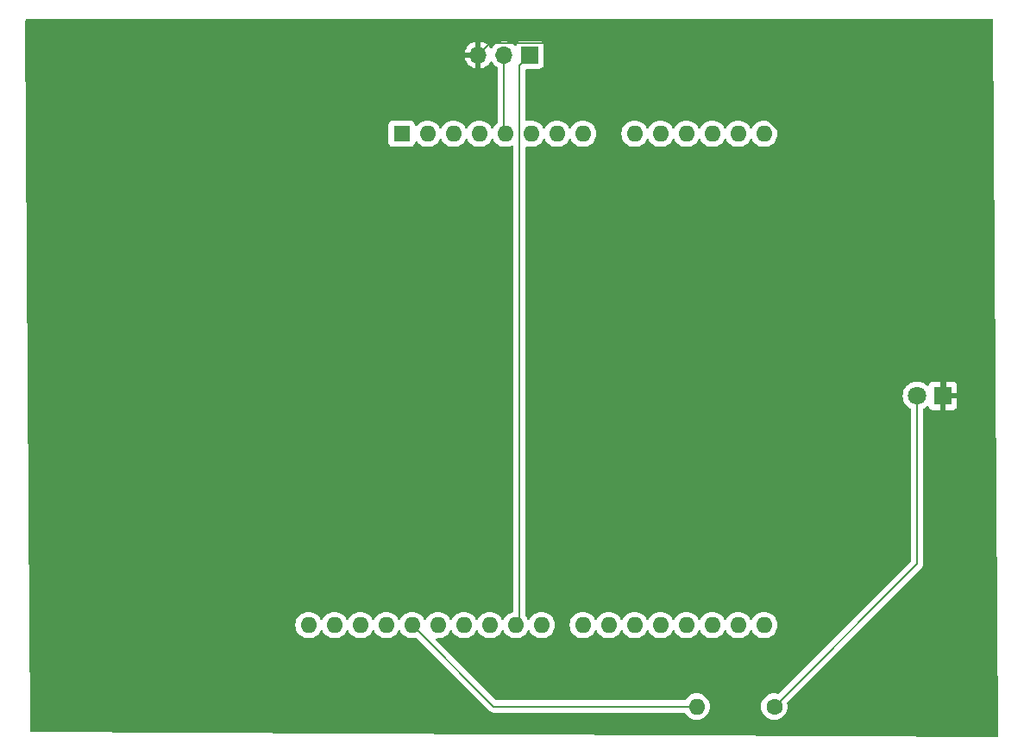
<source format=gbr>
%TF.GenerationSoftware,KiCad,Pcbnew,8.0.7*%
%TF.CreationDate,2025-03-18T01:08:03+05:30*%
%TF.ProjectId,design,64657369-676e-42e6-9b69-6361645f7063,rev?*%
%TF.SameCoordinates,Original*%
%TF.FileFunction,Copper,L1,Top*%
%TF.FilePolarity,Positive*%
%FSLAX46Y46*%
G04 Gerber Fmt 4.6, Leading zero omitted, Abs format (unit mm)*
G04 Created by KiCad (PCBNEW 8.0.7) date 2025-03-18 01:08:03*
%MOMM*%
%LPD*%
G01*
G04 APERTURE LIST*
%TA.AperFunction,ComponentPad*%
%ADD10R,1.700000X1.700000*%
%TD*%
%TA.AperFunction,ComponentPad*%
%ADD11O,1.700000X1.700000*%
%TD*%
%TA.AperFunction,ComponentPad*%
%ADD12R,1.800000X1.800000*%
%TD*%
%TA.AperFunction,ComponentPad*%
%ADD13C,1.800000*%
%TD*%
%TA.AperFunction,ComponentPad*%
%ADD14C,1.600000*%
%TD*%
%TA.AperFunction,ComponentPad*%
%ADD15O,1.600000X1.600000*%
%TD*%
%TA.AperFunction,ComponentPad*%
%ADD16R,1.600000X1.600000*%
%TD*%
%TA.AperFunction,Conductor*%
%ADD17C,0.200000*%
%TD*%
G04 APERTURE END LIST*
D10*
%TO.P,M1,1,PWM*%
%TO.N,Net-(A1-D9)*%
X152025000Y-55000000D03*
D11*
%TO.P,M1,2,+*%
%TO.N,Net-(A1-+5V)*%
X149485000Y-55000000D03*
%TO.P,M1,3,-*%
%TO.N,GND*%
X146945000Y-55000000D03*
%TD*%
D12*
%TO.P,D1,1,K*%
%TO.N,GND*%
X192540000Y-88500000D03*
D13*
%TO.P,D1,2,A*%
%TO.N,Net-(D1-A)*%
X190000000Y-88500000D03*
%TD*%
D14*
%TO.P,R1,1*%
%TO.N,Net-(D1-A)*%
X176000000Y-119000000D03*
D15*
%TO.P,R1,2*%
%TO.N,Net-(A1-D13)*%
X168380000Y-119000000D03*
%TD*%
D16*
%TO.P,A1,1,NC*%
%TO.N,unconnected-(A1-NC-Pad1)*%
X139440000Y-62740000D03*
D15*
%TO.P,A1,2,IOREF*%
%TO.N,unconnected-(A1-IOREF-Pad2)*%
X141980000Y-62740000D03*
%TO.P,A1,3,~{RESET}*%
%TO.N,unconnected-(A1-~{RESET}-Pad3)*%
X144520000Y-62740000D03*
%TO.P,A1,4,3V3*%
%TO.N,unconnected-(A1-3V3-Pad4)*%
X147060000Y-62740000D03*
%TO.P,A1,5,+5V*%
%TO.N,Net-(A1-+5V)*%
X149600000Y-62740000D03*
%TO.P,A1,6,GND*%
%TO.N,unconnected-(A1-GND-Pad6)*%
X152140000Y-62740000D03*
%TO.P,A1,7,GND*%
%TO.N,unconnected-(A1-GND-Pad7)*%
X154680000Y-62740000D03*
%TO.P,A1,8,VIN*%
%TO.N,unconnected-(A1-VIN-Pad8)*%
X157220000Y-62740000D03*
%TO.P,A1,9,A0*%
%TO.N,unconnected-(A1-A0-Pad9)*%
X162300000Y-62740000D03*
%TO.P,A1,10,A1*%
%TO.N,unconnected-(A1-A1-Pad10)*%
X164840000Y-62740000D03*
%TO.P,A1,11,A2*%
%TO.N,unconnected-(A1-A2-Pad11)*%
X167380000Y-62740000D03*
%TO.P,A1,12,A3*%
%TO.N,unconnected-(A1-A3-Pad12)*%
X169920000Y-62740000D03*
%TO.P,A1,13,SDA/A4*%
%TO.N,unconnected-(A1-SDA{slash}A4-Pad13)*%
X172460000Y-62740000D03*
%TO.P,A1,14,SCL/A5*%
%TO.N,unconnected-(A1-SCL{slash}A5-Pad14)*%
X175000000Y-62740000D03*
%TO.P,A1,15,D0/RX*%
%TO.N,unconnected-(A1-D0{slash}RX-Pad15)*%
X175000000Y-111000000D03*
%TO.P,A1,16,D1/TX*%
%TO.N,unconnected-(A1-D1{slash}TX-Pad16)*%
X172460000Y-111000000D03*
%TO.P,A1,17,D2*%
%TO.N,unconnected-(A1-D2-Pad17)*%
X169920000Y-111000000D03*
%TO.P,A1,18,D3*%
%TO.N,unconnected-(A1-D3-Pad18)*%
X167380000Y-111000000D03*
%TO.P,A1,19,D4*%
%TO.N,unconnected-(A1-D4-Pad19)*%
X164840000Y-111000000D03*
%TO.P,A1,20,D5*%
%TO.N,unconnected-(A1-D5-Pad20)*%
X162300000Y-111000000D03*
%TO.P,A1,21,D6*%
%TO.N,unconnected-(A1-D6-Pad21)*%
X159760000Y-111000000D03*
%TO.P,A1,22,D7*%
%TO.N,unconnected-(A1-D7-Pad22)*%
X157220000Y-111000000D03*
%TO.P,A1,23,D8*%
%TO.N,unconnected-(A1-D8-Pad23)*%
X153160000Y-111000000D03*
%TO.P,A1,24,D9*%
%TO.N,Net-(A1-D9)*%
X150620000Y-111000000D03*
%TO.P,A1,25,D10*%
%TO.N,unconnected-(A1-D10-Pad25)*%
X148080000Y-111000000D03*
%TO.P,A1,26,D11*%
%TO.N,unconnected-(A1-D11-Pad26)*%
X145540000Y-111000000D03*
%TO.P,A1,27,D12*%
%TO.N,unconnected-(A1-D12-Pad27)*%
X143000000Y-111000000D03*
%TO.P,A1,28,D13*%
%TO.N,Net-(A1-D13)*%
X140460000Y-111000000D03*
%TO.P,A1,29,GND*%
%TO.N,unconnected-(A1-GND-Pad29)*%
X137920000Y-111000000D03*
%TO.P,A1,30,AREF*%
%TO.N,unconnected-(A1-AREF-Pad30)*%
X135380000Y-111000000D03*
%TO.P,A1,31,SDA/A4*%
%TO.N,unconnected-(A1-SDA{slash}A4-Pad31)*%
X132840000Y-111000000D03*
%TO.P,A1,32,SCL/A5*%
%TO.N,unconnected-(A1-SCL{slash}A5-Pad32)*%
X130300000Y-111000000D03*
%TD*%
D17*
%TO.N,GND*%
X192822843Y-78822843D02*
X192822843Y-88217157D01*
X167850000Y-53850000D02*
X192822843Y-78822843D01*
X148095000Y-53850000D02*
X167850000Y-53850000D01*
X146945000Y-55000000D02*
X148095000Y-53850000D01*
%TO.N,Net-(A1-+5V)*%
X149485000Y-62625000D02*
X149600000Y-62740000D01*
%TO.N,Net-(A1-D13)*%
X148460000Y-119000000D02*
X140460000Y-111000000D01*
X168380000Y-119000000D02*
X148460000Y-119000000D01*
%TO.N,Net-(A1-D9)*%
X152025000Y-55000000D02*
X151000000Y-56025000D01*
X151000000Y-110620000D02*
X150620000Y-111000000D01*
%TO.N,Net-(D1-A)*%
X176000000Y-119000000D02*
X190000000Y-105000000D01*
X190000000Y-105000000D02*
X190000000Y-88500000D01*
%TO.N,Net-(A1-D9)*%
X151000000Y-56025000D02*
X151000000Y-110620000D01*
%TO.N,Net-(A1-+5V)*%
X149485000Y-55000000D02*
X149485000Y-62625000D01*
%TD*%
%TA.AperFunction,Conductor*%
%TO.N,GND*%
G36*
X197443915Y-51519685D02*
G01*
X197489670Y-51572489D01*
X197500873Y-51623121D01*
X197999109Y-121874462D01*
X197979900Y-121941639D01*
X197927422Y-121987767D01*
X197874459Y-121999339D01*
X103122469Y-121500644D01*
X103055534Y-121480607D01*
X103010058Y-121427563D01*
X102999125Y-121377532D01*
X102991467Y-120305468D01*
X102924999Y-110999998D01*
X128994532Y-110999998D01*
X128994532Y-111000001D01*
X129014364Y-111226686D01*
X129014366Y-111226697D01*
X129073258Y-111446488D01*
X129073261Y-111446497D01*
X129169431Y-111652732D01*
X129169432Y-111652734D01*
X129299954Y-111839141D01*
X129460858Y-112000045D01*
X129460861Y-112000047D01*
X129647266Y-112130568D01*
X129853504Y-112226739D01*
X130073308Y-112285635D01*
X130215361Y-112298063D01*
X130299998Y-112305468D01*
X130300000Y-112305468D01*
X130300002Y-112305468D01*
X130356673Y-112300509D01*
X130526692Y-112285635D01*
X130746496Y-112226739D01*
X130952734Y-112130568D01*
X131139139Y-112000047D01*
X131300047Y-111839139D01*
X131430568Y-111652734D01*
X131457618Y-111594724D01*
X131503790Y-111542285D01*
X131570983Y-111523133D01*
X131637865Y-111543348D01*
X131682382Y-111594725D01*
X131709429Y-111652728D01*
X131709432Y-111652734D01*
X131839954Y-111839141D01*
X132000858Y-112000045D01*
X132000861Y-112000047D01*
X132187266Y-112130568D01*
X132393504Y-112226739D01*
X132613308Y-112285635D01*
X132755361Y-112298063D01*
X132839998Y-112305468D01*
X132840000Y-112305468D01*
X132840002Y-112305468D01*
X132896673Y-112300509D01*
X133066692Y-112285635D01*
X133286496Y-112226739D01*
X133492734Y-112130568D01*
X133679139Y-112000047D01*
X133840047Y-111839139D01*
X133970568Y-111652734D01*
X133997618Y-111594724D01*
X134043790Y-111542285D01*
X134110983Y-111523133D01*
X134177865Y-111543348D01*
X134222382Y-111594725D01*
X134249429Y-111652728D01*
X134249432Y-111652734D01*
X134379954Y-111839141D01*
X134540858Y-112000045D01*
X134540861Y-112000047D01*
X134727266Y-112130568D01*
X134933504Y-112226739D01*
X135153308Y-112285635D01*
X135295361Y-112298063D01*
X135379998Y-112305468D01*
X135380000Y-112305468D01*
X135380002Y-112305468D01*
X135436673Y-112300509D01*
X135606692Y-112285635D01*
X135826496Y-112226739D01*
X136032734Y-112130568D01*
X136219139Y-112000047D01*
X136380047Y-111839139D01*
X136510568Y-111652734D01*
X136537618Y-111594724D01*
X136583790Y-111542285D01*
X136650983Y-111523133D01*
X136717865Y-111543348D01*
X136762382Y-111594725D01*
X136789429Y-111652728D01*
X136789432Y-111652734D01*
X136919954Y-111839141D01*
X137080858Y-112000045D01*
X137080861Y-112000047D01*
X137267266Y-112130568D01*
X137473504Y-112226739D01*
X137693308Y-112285635D01*
X137835361Y-112298063D01*
X137919998Y-112305468D01*
X137920000Y-112305468D01*
X137920002Y-112305468D01*
X137976673Y-112300509D01*
X138146692Y-112285635D01*
X138366496Y-112226739D01*
X138572734Y-112130568D01*
X138759139Y-112000047D01*
X138920047Y-111839139D01*
X139050568Y-111652734D01*
X139077618Y-111594724D01*
X139123790Y-111542285D01*
X139190983Y-111523133D01*
X139257865Y-111543348D01*
X139302382Y-111594725D01*
X139329429Y-111652728D01*
X139329432Y-111652734D01*
X139459954Y-111839141D01*
X139620858Y-112000045D01*
X139620861Y-112000047D01*
X139807266Y-112130568D01*
X140013504Y-112226739D01*
X140233308Y-112285635D01*
X140375361Y-112298063D01*
X140459998Y-112305468D01*
X140460000Y-112305468D01*
X140460002Y-112305468D01*
X140516673Y-112300509D01*
X140686692Y-112285635D01*
X140782932Y-112259847D01*
X140852781Y-112261510D01*
X140902706Y-112291941D01*
X147975139Y-119364374D01*
X147975149Y-119364385D01*
X147979479Y-119368715D01*
X147979480Y-119368716D01*
X148091284Y-119480520D01*
X148091286Y-119480521D01*
X148091290Y-119480524D01*
X148228209Y-119559573D01*
X148228216Y-119559577D01*
X148340019Y-119589534D01*
X148380942Y-119600500D01*
X148380943Y-119600500D01*
X167148308Y-119600500D01*
X167215347Y-119620185D01*
X167249880Y-119653374D01*
X167335480Y-119775624D01*
X167379954Y-119839141D01*
X167540858Y-120000045D01*
X167540861Y-120000047D01*
X167727266Y-120130568D01*
X167933504Y-120226739D01*
X168153308Y-120285635D01*
X168315230Y-120299801D01*
X168379998Y-120305468D01*
X168380000Y-120305468D01*
X168380002Y-120305468D01*
X168436673Y-120300509D01*
X168606692Y-120285635D01*
X168826496Y-120226739D01*
X169032734Y-120130568D01*
X169219139Y-120000047D01*
X169380047Y-119839139D01*
X169510568Y-119652734D01*
X169606739Y-119446496D01*
X169665635Y-119226692D01*
X169685468Y-119000000D01*
X169685468Y-118999998D01*
X174694532Y-118999998D01*
X174694532Y-119000001D01*
X174714364Y-119226686D01*
X174714366Y-119226697D01*
X174773258Y-119446488D01*
X174773261Y-119446497D01*
X174869431Y-119652732D01*
X174869432Y-119652734D01*
X174999954Y-119839141D01*
X175160858Y-120000045D01*
X175160861Y-120000047D01*
X175347266Y-120130568D01*
X175553504Y-120226739D01*
X175773308Y-120285635D01*
X175935230Y-120299801D01*
X175999998Y-120305468D01*
X176000000Y-120305468D01*
X176000002Y-120305468D01*
X176056673Y-120300509D01*
X176226692Y-120285635D01*
X176446496Y-120226739D01*
X176652734Y-120130568D01*
X176839139Y-120000047D01*
X177000047Y-119839139D01*
X177130568Y-119652734D01*
X177226739Y-119446496D01*
X177285635Y-119226692D01*
X177305468Y-119000000D01*
X177285635Y-118773308D01*
X177259847Y-118677066D01*
X177261510Y-118607217D01*
X177291939Y-118557294D01*
X190368713Y-105480521D01*
X190368716Y-105480520D01*
X190480520Y-105368716D01*
X190530639Y-105281904D01*
X190559577Y-105231785D01*
X190600501Y-105079057D01*
X190600501Y-104920943D01*
X190600501Y-104913348D01*
X190600500Y-104913330D01*
X190600500Y-89841343D01*
X190620185Y-89774304D01*
X190665483Y-89732288D01*
X190768626Y-89676470D01*
X190951784Y-89533913D01*
X190960511Y-89524432D01*
X191020394Y-89488441D01*
X191090232Y-89490538D01*
X191147850Y-89530060D01*
X191167924Y-89565080D01*
X191196645Y-89642086D01*
X191196649Y-89642093D01*
X191282809Y-89757187D01*
X191282812Y-89757190D01*
X191397906Y-89843350D01*
X191397913Y-89843354D01*
X191532620Y-89893596D01*
X191532627Y-89893598D01*
X191592155Y-89899999D01*
X191592172Y-89900000D01*
X192290000Y-89900000D01*
X192290000Y-88875277D01*
X192366306Y-88919333D01*
X192480756Y-88950000D01*
X192599244Y-88950000D01*
X192713694Y-88919333D01*
X192790000Y-88875277D01*
X192790000Y-89900000D01*
X193487828Y-89900000D01*
X193487844Y-89899999D01*
X193547372Y-89893598D01*
X193547379Y-89893596D01*
X193682086Y-89843354D01*
X193682093Y-89843350D01*
X193797187Y-89757190D01*
X193797190Y-89757187D01*
X193883350Y-89642093D01*
X193883354Y-89642086D01*
X193933596Y-89507379D01*
X193933598Y-89507372D01*
X193939999Y-89447844D01*
X193940000Y-89447827D01*
X193940000Y-88750000D01*
X192915278Y-88750000D01*
X192959333Y-88673694D01*
X192990000Y-88559244D01*
X192990000Y-88440756D01*
X192959333Y-88326306D01*
X192915278Y-88250000D01*
X193940000Y-88250000D01*
X193940000Y-87552172D01*
X193939999Y-87552155D01*
X193933598Y-87492627D01*
X193933596Y-87492620D01*
X193883354Y-87357913D01*
X193883350Y-87357906D01*
X193797190Y-87242812D01*
X193797187Y-87242809D01*
X193682093Y-87156649D01*
X193682086Y-87156645D01*
X193547379Y-87106403D01*
X193547372Y-87106401D01*
X193487844Y-87100000D01*
X192790000Y-87100000D01*
X192790000Y-88124722D01*
X192713694Y-88080667D01*
X192599244Y-88050000D01*
X192480756Y-88050000D01*
X192366306Y-88080667D01*
X192290000Y-88124722D01*
X192290000Y-87100000D01*
X191592155Y-87100000D01*
X191532627Y-87106401D01*
X191532620Y-87106403D01*
X191397913Y-87156645D01*
X191397906Y-87156649D01*
X191282812Y-87242809D01*
X191282809Y-87242812D01*
X191196649Y-87357906D01*
X191196646Y-87357911D01*
X191167924Y-87434920D01*
X191126052Y-87490853D01*
X191060588Y-87515270D01*
X190992315Y-87500418D01*
X190960514Y-87475571D01*
X190951784Y-87466087D01*
X190951779Y-87466083D01*
X190951777Y-87466081D01*
X190768634Y-87323535D01*
X190768628Y-87323531D01*
X190564504Y-87213064D01*
X190564495Y-87213061D01*
X190344984Y-87137702D01*
X190157404Y-87106401D01*
X190116049Y-87099500D01*
X189883951Y-87099500D01*
X189842596Y-87106401D01*
X189655015Y-87137702D01*
X189435504Y-87213061D01*
X189435495Y-87213064D01*
X189231371Y-87323531D01*
X189231365Y-87323535D01*
X189048222Y-87466081D01*
X189048219Y-87466084D01*
X189048216Y-87466086D01*
X189048216Y-87466087D01*
X189023791Y-87492620D01*
X188891016Y-87636852D01*
X188764075Y-87831151D01*
X188670842Y-88043699D01*
X188613866Y-88268691D01*
X188613864Y-88268702D01*
X188594700Y-88499993D01*
X188594700Y-88500006D01*
X188613864Y-88731297D01*
X188613866Y-88731308D01*
X188670842Y-88956300D01*
X188764075Y-89168848D01*
X188891016Y-89363147D01*
X188891019Y-89363151D01*
X188891021Y-89363153D01*
X189048216Y-89533913D01*
X189048219Y-89533915D01*
X189048222Y-89533918D01*
X189231365Y-89676464D01*
X189231376Y-89676471D01*
X189334517Y-89732288D01*
X189384108Y-89781507D01*
X189399500Y-89841343D01*
X189399500Y-104699902D01*
X189379815Y-104766941D01*
X189363181Y-104787583D01*
X176442705Y-117708058D01*
X176381382Y-117741543D01*
X176322931Y-117740152D01*
X176226697Y-117714366D01*
X176226693Y-117714365D01*
X176226692Y-117714365D01*
X176226691Y-117714364D01*
X176226686Y-117714364D01*
X176000002Y-117694532D01*
X175999998Y-117694532D01*
X175773313Y-117714364D01*
X175773302Y-117714366D01*
X175553511Y-117773258D01*
X175553502Y-117773261D01*
X175347267Y-117869431D01*
X175347265Y-117869432D01*
X175160858Y-117999954D01*
X174999954Y-118160858D01*
X174869432Y-118347265D01*
X174869431Y-118347267D01*
X174773261Y-118553502D01*
X174773258Y-118553511D01*
X174714366Y-118773302D01*
X174714364Y-118773313D01*
X174694532Y-118999998D01*
X169685468Y-118999998D01*
X169665635Y-118773308D01*
X169606739Y-118553504D01*
X169510568Y-118347266D01*
X169380047Y-118160861D01*
X169380045Y-118160858D01*
X169219141Y-117999954D01*
X169032734Y-117869432D01*
X169032732Y-117869431D01*
X168826497Y-117773261D01*
X168826488Y-117773258D01*
X168606697Y-117714366D01*
X168606693Y-117714365D01*
X168606692Y-117714365D01*
X168606691Y-117714364D01*
X168606686Y-117714364D01*
X168380002Y-117694532D01*
X168379998Y-117694532D01*
X168153313Y-117714364D01*
X168153302Y-117714366D01*
X167933511Y-117773258D01*
X167933502Y-117773261D01*
X167727267Y-117869431D01*
X167727265Y-117869432D01*
X167540858Y-117999954D01*
X167379954Y-118160858D01*
X167303450Y-118270118D01*
X167249881Y-118346624D01*
X167195307Y-118390248D01*
X167148308Y-118399500D01*
X148760097Y-118399500D01*
X148693058Y-118379815D01*
X148672416Y-118363181D01*
X142818663Y-112509428D01*
X142785178Y-112448105D01*
X142790162Y-112378413D01*
X142832034Y-112322480D01*
X142897498Y-112298063D01*
X142917142Y-112298218D01*
X143000000Y-112305468D01*
X143000002Y-112305468D01*
X143056673Y-112300509D01*
X143226692Y-112285635D01*
X143446496Y-112226739D01*
X143652734Y-112130568D01*
X143839139Y-112000047D01*
X144000047Y-111839139D01*
X144130568Y-111652734D01*
X144157618Y-111594724D01*
X144203790Y-111542285D01*
X144270983Y-111523133D01*
X144337865Y-111543348D01*
X144382382Y-111594725D01*
X144409429Y-111652728D01*
X144409432Y-111652734D01*
X144539954Y-111839141D01*
X144700858Y-112000045D01*
X144700861Y-112000047D01*
X144887266Y-112130568D01*
X145093504Y-112226739D01*
X145313308Y-112285635D01*
X145455361Y-112298063D01*
X145539998Y-112305468D01*
X145540000Y-112305468D01*
X145540002Y-112305468D01*
X145596673Y-112300509D01*
X145766692Y-112285635D01*
X145986496Y-112226739D01*
X146192734Y-112130568D01*
X146379139Y-112000047D01*
X146540047Y-111839139D01*
X146670568Y-111652734D01*
X146697618Y-111594724D01*
X146743790Y-111542285D01*
X146810983Y-111523133D01*
X146877865Y-111543348D01*
X146922382Y-111594725D01*
X146949429Y-111652728D01*
X146949432Y-111652734D01*
X147079954Y-111839141D01*
X147240858Y-112000045D01*
X147240861Y-112000047D01*
X147427266Y-112130568D01*
X147633504Y-112226739D01*
X147853308Y-112285635D01*
X147995361Y-112298063D01*
X148079998Y-112305468D01*
X148080000Y-112305468D01*
X148080002Y-112305468D01*
X148136673Y-112300509D01*
X148306692Y-112285635D01*
X148526496Y-112226739D01*
X148732734Y-112130568D01*
X148919139Y-112000047D01*
X149080047Y-111839139D01*
X149210568Y-111652734D01*
X149237618Y-111594724D01*
X149283790Y-111542285D01*
X149350983Y-111523133D01*
X149417865Y-111543348D01*
X149462382Y-111594725D01*
X149489429Y-111652728D01*
X149489432Y-111652734D01*
X149619954Y-111839141D01*
X149780858Y-112000045D01*
X149780861Y-112000047D01*
X149967266Y-112130568D01*
X150173504Y-112226739D01*
X150393308Y-112285635D01*
X150535361Y-112298063D01*
X150619998Y-112305468D01*
X150620000Y-112305468D01*
X150620002Y-112305468D01*
X150676673Y-112300509D01*
X150846692Y-112285635D01*
X151066496Y-112226739D01*
X151272734Y-112130568D01*
X151459139Y-112000047D01*
X151620047Y-111839139D01*
X151750568Y-111652734D01*
X151777618Y-111594724D01*
X151823790Y-111542285D01*
X151890983Y-111523133D01*
X151957865Y-111543348D01*
X152002382Y-111594725D01*
X152029429Y-111652728D01*
X152029432Y-111652734D01*
X152159954Y-111839141D01*
X152320858Y-112000045D01*
X152320861Y-112000047D01*
X152507266Y-112130568D01*
X152713504Y-112226739D01*
X152933308Y-112285635D01*
X153075361Y-112298063D01*
X153159998Y-112305468D01*
X153160000Y-112305468D01*
X153160002Y-112305468D01*
X153216673Y-112300509D01*
X153386692Y-112285635D01*
X153606496Y-112226739D01*
X153812734Y-112130568D01*
X153999139Y-112000047D01*
X154160047Y-111839139D01*
X154290568Y-111652734D01*
X154386739Y-111446496D01*
X154445635Y-111226692D01*
X154465468Y-111000000D01*
X154465468Y-110999998D01*
X155914532Y-110999998D01*
X155914532Y-111000001D01*
X155934364Y-111226686D01*
X155934366Y-111226697D01*
X155993258Y-111446488D01*
X155993261Y-111446497D01*
X156089431Y-111652732D01*
X156089432Y-111652734D01*
X156219954Y-111839141D01*
X156380858Y-112000045D01*
X156380861Y-112000047D01*
X156567266Y-112130568D01*
X156773504Y-112226739D01*
X156993308Y-112285635D01*
X157135361Y-112298063D01*
X157219998Y-112305468D01*
X157220000Y-112305468D01*
X157220002Y-112305468D01*
X157276673Y-112300509D01*
X157446692Y-112285635D01*
X157666496Y-112226739D01*
X157872734Y-112130568D01*
X158059139Y-112000047D01*
X158220047Y-111839139D01*
X158350568Y-111652734D01*
X158377618Y-111594724D01*
X158423790Y-111542285D01*
X158490983Y-111523133D01*
X158557865Y-111543348D01*
X158602382Y-111594725D01*
X158629429Y-111652728D01*
X158629432Y-111652734D01*
X158759954Y-111839141D01*
X158920858Y-112000045D01*
X158920861Y-112000047D01*
X159107266Y-112130568D01*
X159313504Y-112226739D01*
X159533308Y-112285635D01*
X159675361Y-112298063D01*
X159759998Y-112305468D01*
X159760000Y-112305468D01*
X159760002Y-112305468D01*
X159816673Y-112300509D01*
X159986692Y-112285635D01*
X160206496Y-112226739D01*
X160412734Y-112130568D01*
X160599139Y-112000047D01*
X160760047Y-111839139D01*
X160890568Y-111652734D01*
X160917618Y-111594724D01*
X160963790Y-111542285D01*
X161030983Y-111523133D01*
X161097865Y-111543348D01*
X161142382Y-111594725D01*
X161169429Y-111652728D01*
X161169432Y-111652734D01*
X161299954Y-111839141D01*
X161460858Y-112000045D01*
X161460861Y-112000047D01*
X161647266Y-112130568D01*
X161853504Y-112226739D01*
X162073308Y-112285635D01*
X162215361Y-112298063D01*
X162299998Y-112305468D01*
X162300000Y-112305468D01*
X162300002Y-112305468D01*
X162356673Y-112300509D01*
X162526692Y-112285635D01*
X162746496Y-112226739D01*
X162952734Y-112130568D01*
X163139139Y-112000047D01*
X163300047Y-111839139D01*
X163430568Y-111652734D01*
X163457618Y-111594724D01*
X163503790Y-111542285D01*
X163570983Y-111523133D01*
X163637865Y-111543348D01*
X163682382Y-111594725D01*
X163709429Y-111652728D01*
X163709432Y-111652734D01*
X163839954Y-111839141D01*
X164000858Y-112000045D01*
X164000861Y-112000047D01*
X164187266Y-112130568D01*
X164393504Y-112226739D01*
X164613308Y-112285635D01*
X164755361Y-112298063D01*
X164839998Y-112305468D01*
X164840000Y-112305468D01*
X164840002Y-112305468D01*
X164896673Y-112300509D01*
X165066692Y-112285635D01*
X165286496Y-112226739D01*
X165492734Y-112130568D01*
X165679139Y-112000047D01*
X165840047Y-111839139D01*
X165970568Y-111652734D01*
X165997618Y-111594724D01*
X166043790Y-111542285D01*
X166110983Y-111523133D01*
X166177865Y-111543348D01*
X166222382Y-111594725D01*
X166249429Y-111652728D01*
X166249432Y-111652734D01*
X166379954Y-111839141D01*
X166540858Y-112000045D01*
X166540861Y-112000047D01*
X166727266Y-112130568D01*
X166933504Y-112226739D01*
X167153308Y-112285635D01*
X167295361Y-112298063D01*
X167379998Y-112305468D01*
X167380000Y-112305468D01*
X167380002Y-112305468D01*
X167436673Y-112300509D01*
X167606692Y-112285635D01*
X167826496Y-112226739D01*
X168032734Y-112130568D01*
X168219139Y-112000047D01*
X168380047Y-111839139D01*
X168510568Y-111652734D01*
X168537618Y-111594724D01*
X168583790Y-111542285D01*
X168650983Y-111523133D01*
X168717865Y-111543348D01*
X168762382Y-111594725D01*
X168789429Y-111652728D01*
X168789432Y-111652734D01*
X168919954Y-111839141D01*
X169080858Y-112000045D01*
X169080861Y-112000047D01*
X169267266Y-112130568D01*
X169473504Y-112226739D01*
X169693308Y-112285635D01*
X169835361Y-112298063D01*
X169919998Y-112305468D01*
X169920000Y-112305468D01*
X169920002Y-112305468D01*
X169976673Y-112300509D01*
X170146692Y-112285635D01*
X170366496Y-112226739D01*
X170572734Y-112130568D01*
X170759139Y-112000047D01*
X170920047Y-111839139D01*
X171050568Y-111652734D01*
X171077618Y-111594724D01*
X171123790Y-111542285D01*
X171190983Y-111523133D01*
X171257865Y-111543348D01*
X171302382Y-111594725D01*
X171329429Y-111652728D01*
X171329432Y-111652734D01*
X171459954Y-111839141D01*
X171620858Y-112000045D01*
X171620861Y-112000047D01*
X171807266Y-112130568D01*
X172013504Y-112226739D01*
X172233308Y-112285635D01*
X172375361Y-112298063D01*
X172459998Y-112305468D01*
X172460000Y-112305468D01*
X172460002Y-112305468D01*
X172516673Y-112300509D01*
X172686692Y-112285635D01*
X172906496Y-112226739D01*
X173112734Y-112130568D01*
X173299139Y-112000047D01*
X173460047Y-111839139D01*
X173590568Y-111652734D01*
X173617618Y-111594724D01*
X173663790Y-111542285D01*
X173730983Y-111523133D01*
X173797865Y-111543348D01*
X173842382Y-111594725D01*
X173869429Y-111652728D01*
X173869432Y-111652734D01*
X173999954Y-111839141D01*
X174160858Y-112000045D01*
X174160861Y-112000047D01*
X174347266Y-112130568D01*
X174553504Y-112226739D01*
X174773308Y-112285635D01*
X174915361Y-112298063D01*
X174999998Y-112305468D01*
X175000000Y-112305468D01*
X175000002Y-112305468D01*
X175056673Y-112300509D01*
X175226692Y-112285635D01*
X175446496Y-112226739D01*
X175652734Y-112130568D01*
X175839139Y-112000047D01*
X176000047Y-111839139D01*
X176130568Y-111652734D01*
X176226739Y-111446496D01*
X176285635Y-111226692D01*
X176305468Y-111000000D01*
X176285635Y-110773308D01*
X176226739Y-110553504D01*
X176130568Y-110347266D01*
X176000047Y-110160861D01*
X176000045Y-110160858D01*
X175839141Y-109999954D01*
X175652734Y-109869432D01*
X175652732Y-109869431D01*
X175446497Y-109773261D01*
X175446488Y-109773258D01*
X175226697Y-109714366D01*
X175226693Y-109714365D01*
X175226692Y-109714365D01*
X175226691Y-109714364D01*
X175226686Y-109714364D01*
X175000002Y-109694532D01*
X174999998Y-109694532D01*
X174773313Y-109714364D01*
X174773302Y-109714366D01*
X174553511Y-109773258D01*
X174553502Y-109773261D01*
X174347267Y-109869431D01*
X174347265Y-109869432D01*
X174160858Y-109999954D01*
X173999954Y-110160858D01*
X173869432Y-110347265D01*
X173869431Y-110347267D01*
X173842382Y-110405275D01*
X173796209Y-110457714D01*
X173729016Y-110476866D01*
X173662135Y-110456650D01*
X173617618Y-110405275D01*
X173590568Y-110347267D01*
X173590567Y-110347265D01*
X173460045Y-110160858D01*
X173299141Y-109999954D01*
X173112734Y-109869432D01*
X173112732Y-109869431D01*
X172906497Y-109773261D01*
X172906488Y-109773258D01*
X172686697Y-109714366D01*
X172686693Y-109714365D01*
X172686692Y-109714365D01*
X172686691Y-109714364D01*
X172686686Y-109714364D01*
X172460002Y-109694532D01*
X172459998Y-109694532D01*
X172233313Y-109714364D01*
X172233302Y-109714366D01*
X172013511Y-109773258D01*
X172013502Y-109773261D01*
X171807267Y-109869431D01*
X171807265Y-109869432D01*
X171620858Y-109999954D01*
X171459954Y-110160858D01*
X171329432Y-110347265D01*
X171329431Y-110347267D01*
X171302382Y-110405275D01*
X171256209Y-110457714D01*
X171189016Y-110476866D01*
X171122135Y-110456650D01*
X171077618Y-110405275D01*
X171050568Y-110347267D01*
X171050567Y-110347265D01*
X170920045Y-110160858D01*
X170759141Y-109999954D01*
X170572734Y-109869432D01*
X170572732Y-109869431D01*
X170366497Y-109773261D01*
X170366488Y-109773258D01*
X170146697Y-109714366D01*
X170146693Y-109714365D01*
X170146692Y-109714365D01*
X170146691Y-109714364D01*
X170146686Y-109714364D01*
X169920002Y-109694532D01*
X169919998Y-109694532D01*
X169693313Y-109714364D01*
X169693302Y-109714366D01*
X169473511Y-109773258D01*
X169473502Y-109773261D01*
X169267267Y-109869431D01*
X169267265Y-109869432D01*
X169080858Y-109999954D01*
X168919954Y-110160858D01*
X168789432Y-110347265D01*
X168789431Y-110347267D01*
X168762382Y-110405275D01*
X168716209Y-110457714D01*
X168649016Y-110476866D01*
X168582135Y-110456650D01*
X168537618Y-110405275D01*
X168510568Y-110347267D01*
X168510567Y-110347265D01*
X168380045Y-110160858D01*
X168219141Y-109999954D01*
X168032734Y-109869432D01*
X168032732Y-109869431D01*
X167826497Y-109773261D01*
X167826488Y-109773258D01*
X167606697Y-109714366D01*
X167606693Y-109714365D01*
X167606692Y-109714365D01*
X167606691Y-109714364D01*
X167606686Y-109714364D01*
X167380002Y-109694532D01*
X167379998Y-109694532D01*
X167153313Y-109714364D01*
X167153302Y-109714366D01*
X166933511Y-109773258D01*
X166933502Y-109773261D01*
X166727267Y-109869431D01*
X166727265Y-109869432D01*
X166540858Y-109999954D01*
X166379954Y-110160858D01*
X166249432Y-110347265D01*
X166249431Y-110347267D01*
X166222382Y-110405275D01*
X166176209Y-110457714D01*
X166109016Y-110476866D01*
X166042135Y-110456650D01*
X165997618Y-110405275D01*
X165970568Y-110347267D01*
X165970567Y-110347265D01*
X165840045Y-110160858D01*
X165679141Y-109999954D01*
X165492734Y-109869432D01*
X165492732Y-109869431D01*
X165286497Y-109773261D01*
X165286488Y-109773258D01*
X165066697Y-109714366D01*
X165066693Y-109714365D01*
X165066692Y-109714365D01*
X165066691Y-109714364D01*
X165066686Y-109714364D01*
X164840002Y-109694532D01*
X164839998Y-109694532D01*
X164613313Y-109714364D01*
X164613302Y-109714366D01*
X164393511Y-109773258D01*
X164393502Y-109773261D01*
X164187267Y-109869431D01*
X164187265Y-109869432D01*
X164000858Y-109999954D01*
X163839954Y-110160858D01*
X163709432Y-110347265D01*
X163709431Y-110347267D01*
X163682382Y-110405275D01*
X163636209Y-110457714D01*
X163569016Y-110476866D01*
X163502135Y-110456650D01*
X163457618Y-110405275D01*
X163430568Y-110347267D01*
X163430567Y-110347265D01*
X163300045Y-110160858D01*
X163139141Y-109999954D01*
X162952734Y-109869432D01*
X162952732Y-109869431D01*
X162746497Y-109773261D01*
X162746488Y-109773258D01*
X162526697Y-109714366D01*
X162526693Y-109714365D01*
X162526692Y-109714365D01*
X162526691Y-109714364D01*
X162526686Y-109714364D01*
X162300002Y-109694532D01*
X162299998Y-109694532D01*
X162073313Y-109714364D01*
X162073302Y-109714366D01*
X161853511Y-109773258D01*
X161853502Y-109773261D01*
X161647267Y-109869431D01*
X161647265Y-109869432D01*
X161460858Y-109999954D01*
X161299954Y-110160858D01*
X161169432Y-110347265D01*
X161169431Y-110347267D01*
X161142382Y-110405275D01*
X161096209Y-110457714D01*
X161029016Y-110476866D01*
X160962135Y-110456650D01*
X160917618Y-110405275D01*
X160890568Y-110347267D01*
X160890567Y-110347265D01*
X160760045Y-110160858D01*
X160599141Y-109999954D01*
X160412734Y-109869432D01*
X160412732Y-109869431D01*
X160206497Y-109773261D01*
X160206488Y-109773258D01*
X159986697Y-109714366D01*
X159986693Y-109714365D01*
X159986692Y-109714365D01*
X159986691Y-109714364D01*
X159986686Y-109714364D01*
X159760002Y-109694532D01*
X159759998Y-109694532D01*
X159533313Y-109714364D01*
X159533302Y-109714366D01*
X159313511Y-109773258D01*
X159313502Y-109773261D01*
X159107267Y-109869431D01*
X159107265Y-109869432D01*
X158920858Y-109999954D01*
X158759954Y-110160858D01*
X158629432Y-110347265D01*
X158629431Y-110347267D01*
X158602382Y-110405275D01*
X158556209Y-110457714D01*
X158489016Y-110476866D01*
X158422135Y-110456650D01*
X158377618Y-110405275D01*
X158350568Y-110347267D01*
X158350567Y-110347265D01*
X158220045Y-110160858D01*
X158059141Y-109999954D01*
X157872734Y-109869432D01*
X157872732Y-109869431D01*
X157666497Y-109773261D01*
X157666488Y-109773258D01*
X157446697Y-109714366D01*
X157446693Y-109714365D01*
X157446692Y-109714365D01*
X157446691Y-109714364D01*
X157446686Y-109714364D01*
X157220002Y-109694532D01*
X157219998Y-109694532D01*
X156993313Y-109714364D01*
X156993302Y-109714366D01*
X156773511Y-109773258D01*
X156773502Y-109773261D01*
X156567267Y-109869431D01*
X156567265Y-109869432D01*
X156380858Y-109999954D01*
X156219954Y-110160858D01*
X156089432Y-110347265D01*
X156089431Y-110347267D01*
X155993261Y-110553502D01*
X155993258Y-110553511D01*
X155934366Y-110773302D01*
X155934364Y-110773313D01*
X155914532Y-110999998D01*
X154465468Y-110999998D01*
X154445635Y-110773308D01*
X154386739Y-110553504D01*
X154290568Y-110347266D01*
X154160047Y-110160861D01*
X154160045Y-110160858D01*
X153999141Y-109999954D01*
X153812734Y-109869432D01*
X153812732Y-109869431D01*
X153606497Y-109773261D01*
X153606488Y-109773258D01*
X153386697Y-109714366D01*
X153386693Y-109714365D01*
X153386692Y-109714365D01*
X153386691Y-109714364D01*
X153386686Y-109714364D01*
X153160002Y-109694532D01*
X153159998Y-109694532D01*
X152933313Y-109714364D01*
X152933302Y-109714366D01*
X152713511Y-109773258D01*
X152713502Y-109773261D01*
X152507267Y-109869431D01*
X152507265Y-109869432D01*
X152320858Y-109999954D01*
X152159954Y-110160858D01*
X152029432Y-110347265D01*
X152029431Y-110347267D01*
X152002382Y-110405275D01*
X151956209Y-110457714D01*
X151889016Y-110476866D01*
X151822135Y-110456650D01*
X151777618Y-110405275D01*
X151750568Y-110347267D01*
X151750567Y-110347265D01*
X151622925Y-110164970D01*
X151600597Y-110098763D01*
X151600500Y-110093847D01*
X151600500Y-64103418D01*
X151620185Y-64036379D01*
X151672989Y-63990624D01*
X151742147Y-63980680D01*
X151756580Y-63983640D01*
X151913308Y-64025635D01*
X152075230Y-64039801D01*
X152139998Y-64045468D01*
X152140000Y-64045468D01*
X152140002Y-64045468D01*
X152196807Y-64040498D01*
X152366692Y-64025635D01*
X152586496Y-63966739D01*
X152792734Y-63870568D01*
X152979139Y-63740047D01*
X153140047Y-63579139D01*
X153270568Y-63392734D01*
X153297618Y-63334724D01*
X153343790Y-63282285D01*
X153410983Y-63263133D01*
X153477865Y-63283348D01*
X153522382Y-63334725D01*
X153549429Y-63392728D01*
X153549432Y-63392734D01*
X153679954Y-63579141D01*
X153840858Y-63740045D01*
X153840861Y-63740047D01*
X154027266Y-63870568D01*
X154233504Y-63966739D01*
X154453308Y-64025635D01*
X154615230Y-64039801D01*
X154679998Y-64045468D01*
X154680000Y-64045468D01*
X154680002Y-64045468D01*
X154736807Y-64040498D01*
X154906692Y-64025635D01*
X155126496Y-63966739D01*
X155332734Y-63870568D01*
X155519139Y-63740047D01*
X155680047Y-63579139D01*
X155810568Y-63392734D01*
X155837618Y-63334724D01*
X155883790Y-63282285D01*
X155950983Y-63263133D01*
X156017865Y-63283348D01*
X156062382Y-63334725D01*
X156089429Y-63392728D01*
X156089432Y-63392734D01*
X156219954Y-63579141D01*
X156380858Y-63740045D01*
X156380861Y-63740047D01*
X156567266Y-63870568D01*
X156773504Y-63966739D01*
X156993308Y-64025635D01*
X157155230Y-64039801D01*
X157219998Y-64045468D01*
X157220000Y-64045468D01*
X157220002Y-64045468D01*
X157276807Y-64040498D01*
X157446692Y-64025635D01*
X157666496Y-63966739D01*
X157872734Y-63870568D01*
X158059139Y-63740047D01*
X158220047Y-63579139D01*
X158350568Y-63392734D01*
X158446739Y-63186496D01*
X158505635Y-62966692D01*
X158525468Y-62740000D01*
X158525468Y-62739998D01*
X160994532Y-62739998D01*
X160994532Y-62740001D01*
X161014364Y-62966686D01*
X161014366Y-62966697D01*
X161073258Y-63186488D01*
X161073261Y-63186497D01*
X161169431Y-63392732D01*
X161169432Y-63392734D01*
X161299954Y-63579141D01*
X161460858Y-63740045D01*
X161460861Y-63740047D01*
X161647266Y-63870568D01*
X161853504Y-63966739D01*
X162073308Y-64025635D01*
X162235230Y-64039801D01*
X162299998Y-64045468D01*
X162300000Y-64045468D01*
X162300002Y-64045468D01*
X162356807Y-64040498D01*
X162526692Y-64025635D01*
X162746496Y-63966739D01*
X162952734Y-63870568D01*
X163139139Y-63740047D01*
X163300047Y-63579139D01*
X163430568Y-63392734D01*
X163457618Y-63334724D01*
X163503790Y-63282285D01*
X163570983Y-63263133D01*
X163637865Y-63283348D01*
X163682382Y-63334725D01*
X163709429Y-63392728D01*
X163709432Y-63392734D01*
X163839954Y-63579141D01*
X164000858Y-63740045D01*
X164000861Y-63740047D01*
X164187266Y-63870568D01*
X164393504Y-63966739D01*
X164613308Y-64025635D01*
X164775230Y-64039801D01*
X164839998Y-64045468D01*
X164840000Y-64045468D01*
X164840002Y-64045468D01*
X164896807Y-64040498D01*
X165066692Y-64025635D01*
X165286496Y-63966739D01*
X165492734Y-63870568D01*
X165679139Y-63740047D01*
X165840047Y-63579139D01*
X165970568Y-63392734D01*
X165997618Y-63334724D01*
X166043790Y-63282285D01*
X166110983Y-63263133D01*
X166177865Y-63283348D01*
X166222382Y-63334725D01*
X166249429Y-63392728D01*
X166249432Y-63392734D01*
X166379954Y-63579141D01*
X166540858Y-63740045D01*
X166540861Y-63740047D01*
X166727266Y-63870568D01*
X166933504Y-63966739D01*
X167153308Y-64025635D01*
X167315230Y-64039801D01*
X167379998Y-64045468D01*
X167380000Y-64045468D01*
X167380002Y-64045468D01*
X167436807Y-64040498D01*
X167606692Y-64025635D01*
X167826496Y-63966739D01*
X168032734Y-63870568D01*
X168219139Y-63740047D01*
X168380047Y-63579139D01*
X168510568Y-63392734D01*
X168537618Y-63334724D01*
X168583790Y-63282285D01*
X168650983Y-63263133D01*
X168717865Y-63283348D01*
X168762382Y-63334725D01*
X168789429Y-63392728D01*
X168789432Y-63392734D01*
X168919954Y-63579141D01*
X169080858Y-63740045D01*
X169080861Y-63740047D01*
X169267266Y-63870568D01*
X169473504Y-63966739D01*
X169693308Y-64025635D01*
X169855230Y-64039801D01*
X169919998Y-64045468D01*
X169920000Y-64045468D01*
X169920002Y-64045468D01*
X169976807Y-64040498D01*
X170146692Y-64025635D01*
X170366496Y-63966739D01*
X170572734Y-63870568D01*
X170759139Y-63740047D01*
X170920047Y-63579139D01*
X171050568Y-63392734D01*
X171077618Y-63334724D01*
X171123790Y-63282285D01*
X171190983Y-63263133D01*
X171257865Y-63283348D01*
X171302382Y-63334725D01*
X171329429Y-63392728D01*
X171329432Y-63392734D01*
X171459954Y-63579141D01*
X171620858Y-63740045D01*
X171620861Y-63740047D01*
X171807266Y-63870568D01*
X172013504Y-63966739D01*
X172233308Y-64025635D01*
X172395230Y-64039801D01*
X172459998Y-64045468D01*
X172460000Y-64045468D01*
X172460002Y-64045468D01*
X172516807Y-64040498D01*
X172686692Y-64025635D01*
X172906496Y-63966739D01*
X173112734Y-63870568D01*
X173299139Y-63740047D01*
X173460047Y-63579139D01*
X173590568Y-63392734D01*
X173617618Y-63334724D01*
X173663790Y-63282285D01*
X173730983Y-63263133D01*
X173797865Y-63283348D01*
X173842382Y-63334725D01*
X173869429Y-63392728D01*
X173869432Y-63392734D01*
X173999954Y-63579141D01*
X174160858Y-63740045D01*
X174160861Y-63740047D01*
X174347266Y-63870568D01*
X174553504Y-63966739D01*
X174773308Y-64025635D01*
X174935230Y-64039801D01*
X174999998Y-64045468D01*
X175000000Y-64045468D01*
X175000002Y-64045468D01*
X175056807Y-64040498D01*
X175226692Y-64025635D01*
X175446496Y-63966739D01*
X175652734Y-63870568D01*
X175839139Y-63740047D01*
X176000047Y-63579139D01*
X176130568Y-63392734D01*
X176226739Y-63186496D01*
X176285635Y-62966692D01*
X176305468Y-62740000D01*
X176285635Y-62513308D01*
X176226739Y-62293504D01*
X176130568Y-62087266D01*
X176000047Y-61900861D01*
X176000045Y-61900858D01*
X175839141Y-61739954D01*
X175652734Y-61609432D01*
X175652732Y-61609431D01*
X175446497Y-61513261D01*
X175446488Y-61513258D01*
X175226697Y-61454366D01*
X175226693Y-61454365D01*
X175226692Y-61454365D01*
X175226691Y-61454364D01*
X175226686Y-61454364D01*
X175000002Y-61434532D01*
X174999998Y-61434532D01*
X174773313Y-61454364D01*
X174773302Y-61454366D01*
X174553511Y-61513258D01*
X174553502Y-61513261D01*
X174347267Y-61609431D01*
X174347265Y-61609432D01*
X174160858Y-61739954D01*
X173999954Y-61900858D01*
X173869432Y-62087265D01*
X173869431Y-62087267D01*
X173842382Y-62145275D01*
X173796209Y-62197714D01*
X173729016Y-62216866D01*
X173662135Y-62196650D01*
X173617618Y-62145275D01*
X173590568Y-62087267D01*
X173590567Y-62087265D01*
X173460045Y-61900858D01*
X173299141Y-61739954D01*
X173112734Y-61609432D01*
X173112732Y-61609431D01*
X172906497Y-61513261D01*
X172906488Y-61513258D01*
X172686697Y-61454366D01*
X172686693Y-61454365D01*
X172686692Y-61454365D01*
X172686691Y-61454364D01*
X172686686Y-61454364D01*
X172460002Y-61434532D01*
X172459998Y-61434532D01*
X172233313Y-61454364D01*
X172233302Y-61454366D01*
X172013511Y-61513258D01*
X172013502Y-61513261D01*
X171807267Y-61609431D01*
X171807265Y-61609432D01*
X171620858Y-61739954D01*
X171459954Y-61900858D01*
X171329432Y-62087265D01*
X171329431Y-62087267D01*
X171302382Y-62145275D01*
X171256209Y-62197714D01*
X171189016Y-62216866D01*
X171122135Y-62196650D01*
X171077618Y-62145275D01*
X171050568Y-62087267D01*
X171050567Y-62087265D01*
X170920045Y-61900858D01*
X170759141Y-61739954D01*
X170572734Y-61609432D01*
X170572732Y-61609431D01*
X170366497Y-61513261D01*
X170366488Y-61513258D01*
X170146697Y-61454366D01*
X170146693Y-61454365D01*
X170146692Y-61454365D01*
X170146691Y-61454364D01*
X170146686Y-61454364D01*
X169920002Y-61434532D01*
X169919998Y-61434532D01*
X169693313Y-61454364D01*
X169693302Y-61454366D01*
X169473511Y-61513258D01*
X169473502Y-61513261D01*
X169267267Y-61609431D01*
X169267265Y-61609432D01*
X169080858Y-61739954D01*
X168919954Y-61900858D01*
X168789432Y-62087265D01*
X168789431Y-62087267D01*
X168762382Y-62145275D01*
X168716209Y-62197714D01*
X168649016Y-62216866D01*
X168582135Y-62196650D01*
X168537618Y-62145275D01*
X168510568Y-62087267D01*
X168510567Y-62087265D01*
X168380045Y-61900858D01*
X168219141Y-61739954D01*
X168032734Y-61609432D01*
X168032732Y-61609431D01*
X167826497Y-61513261D01*
X167826488Y-61513258D01*
X167606697Y-61454366D01*
X167606693Y-61454365D01*
X167606692Y-61454365D01*
X167606691Y-61454364D01*
X167606686Y-61454364D01*
X167380002Y-61434532D01*
X167379998Y-61434532D01*
X167153313Y-61454364D01*
X167153302Y-61454366D01*
X166933511Y-61513258D01*
X166933502Y-61513261D01*
X166727267Y-61609431D01*
X166727265Y-61609432D01*
X166540858Y-61739954D01*
X166379954Y-61900858D01*
X166249432Y-62087265D01*
X166249431Y-62087267D01*
X166222382Y-62145275D01*
X166176209Y-62197714D01*
X166109016Y-62216866D01*
X166042135Y-62196650D01*
X165997618Y-62145275D01*
X165970568Y-62087267D01*
X165970567Y-62087265D01*
X165840045Y-61900858D01*
X165679141Y-61739954D01*
X165492734Y-61609432D01*
X165492732Y-61609431D01*
X165286497Y-61513261D01*
X165286488Y-61513258D01*
X165066697Y-61454366D01*
X165066693Y-61454365D01*
X165066692Y-61454365D01*
X165066691Y-61454364D01*
X165066686Y-61454364D01*
X164840002Y-61434532D01*
X164839998Y-61434532D01*
X164613313Y-61454364D01*
X164613302Y-61454366D01*
X164393511Y-61513258D01*
X164393502Y-61513261D01*
X164187267Y-61609431D01*
X164187265Y-61609432D01*
X164000858Y-61739954D01*
X163839954Y-61900858D01*
X163709432Y-62087265D01*
X163709431Y-62087267D01*
X163682382Y-62145275D01*
X163636209Y-62197714D01*
X163569016Y-62216866D01*
X163502135Y-62196650D01*
X163457618Y-62145275D01*
X163430568Y-62087267D01*
X163430567Y-62087265D01*
X163300045Y-61900858D01*
X163139141Y-61739954D01*
X162952734Y-61609432D01*
X162952732Y-61609431D01*
X162746497Y-61513261D01*
X162746488Y-61513258D01*
X162526697Y-61454366D01*
X162526693Y-61454365D01*
X162526692Y-61454365D01*
X162526691Y-61454364D01*
X162526686Y-61454364D01*
X162300002Y-61434532D01*
X162299998Y-61434532D01*
X162073313Y-61454364D01*
X162073302Y-61454366D01*
X161853511Y-61513258D01*
X161853502Y-61513261D01*
X161647267Y-61609431D01*
X161647265Y-61609432D01*
X161460858Y-61739954D01*
X161299954Y-61900858D01*
X161169432Y-62087265D01*
X161169431Y-62087267D01*
X161073261Y-62293502D01*
X161073258Y-62293511D01*
X161014366Y-62513302D01*
X161014364Y-62513313D01*
X160994532Y-62739998D01*
X158525468Y-62739998D01*
X158505635Y-62513308D01*
X158446739Y-62293504D01*
X158350568Y-62087266D01*
X158220047Y-61900861D01*
X158220045Y-61900858D01*
X158059141Y-61739954D01*
X157872734Y-61609432D01*
X157872732Y-61609431D01*
X157666497Y-61513261D01*
X157666488Y-61513258D01*
X157446697Y-61454366D01*
X157446693Y-61454365D01*
X157446692Y-61454365D01*
X157446691Y-61454364D01*
X157446686Y-61454364D01*
X157220002Y-61434532D01*
X157219998Y-61434532D01*
X156993313Y-61454364D01*
X156993302Y-61454366D01*
X156773511Y-61513258D01*
X156773502Y-61513261D01*
X156567267Y-61609431D01*
X156567265Y-61609432D01*
X156380858Y-61739954D01*
X156219954Y-61900858D01*
X156089432Y-62087265D01*
X156089431Y-62087267D01*
X156062382Y-62145275D01*
X156016209Y-62197714D01*
X155949016Y-62216866D01*
X155882135Y-62196650D01*
X155837618Y-62145275D01*
X155810568Y-62087267D01*
X155810567Y-62087265D01*
X155680045Y-61900858D01*
X155519141Y-61739954D01*
X155332734Y-61609432D01*
X155332732Y-61609431D01*
X155126497Y-61513261D01*
X155126488Y-61513258D01*
X154906697Y-61454366D01*
X154906693Y-61454365D01*
X154906692Y-61454365D01*
X154906691Y-61454364D01*
X154906686Y-61454364D01*
X154680002Y-61434532D01*
X154679998Y-61434532D01*
X154453313Y-61454364D01*
X154453302Y-61454366D01*
X154233511Y-61513258D01*
X154233502Y-61513261D01*
X154027267Y-61609431D01*
X154027265Y-61609432D01*
X153840858Y-61739954D01*
X153679954Y-61900858D01*
X153549432Y-62087265D01*
X153549431Y-62087267D01*
X153522382Y-62145275D01*
X153476209Y-62197714D01*
X153409016Y-62216866D01*
X153342135Y-62196650D01*
X153297618Y-62145275D01*
X153270568Y-62087267D01*
X153270567Y-62087265D01*
X153140045Y-61900858D01*
X152979141Y-61739954D01*
X152792734Y-61609432D01*
X152792732Y-61609431D01*
X152586497Y-61513261D01*
X152586488Y-61513258D01*
X152366697Y-61454366D01*
X152366693Y-61454365D01*
X152366692Y-61454365D01*
X152366691Y-61454364D01*
X152366686Y-61454364D01*
X152140002Y-61434532D01*
X152139998Y-61434532D01*
X151913313Y-61454364D01*
X151913302Y-61454366D01*
X151756593Y-61496356D01*
X151686743Y-61494693D01*
X151628881Y-61455530D01*
X151601377Y-61391302D01*
X151600500Y-61376581D01*
X151600500Y-56474499D01*
X151620185Y-56407460D01*
X151672989Y-56361705D01*
X151724500Y-56350499D01*
X152922871Y-56350499D01*
X152922872Y-56350499D01*
X152982483Y-56344091D01*
X153117331Y-56293796D01*
X153232546Y-56207546D01*
X153318796Y-56092331D01*
X153369091Y-55957483D01*
X153375500Y-55897873D01*
X153375499Y-54102128D01*
X153369091Y-54042517D01*
X153367810Y-54039083D01*
X153318797Y-53907671D01*
X153318793Y-53907664D01*
X153232547Y-53792455D01*
X153232544Y-53792452D01*
X153117335Y-53706206D01*
X153117328Y-53706202D01*
X152982482Y-53655908D01*
X152982483Y-53655908D01*
X152922883Y-53649501D01*
X152922881Y-53649500D01*
X152922873Y-53649500D01*
X152922864Y-53649500D01*
X151127129Y-53649500D01*
X151127123Y-53649501D01*
X151067516Y-53655908D01*
X150932671Y-53706202D01*
X150932664Y-53706206D01*
X150817455Y-53792452D01*
X150817452Y-53792455D01*
X150731206Y-53907664D01*
X150731203Y-53907669D01*
X150682189Y-54039083D01*
X150640317Y-54095016D01*
X150574853Y-54119433D01*
X150506580Y-54104581D01*
X150478326Y-54083430D01*
X150356402Y-53961506D01*
X150356395Y-53961501D01*
X150162834Y-53825967D01*
X150162830Y-53825965D01*
X150162828Y-53825964D01*
X149948663Y-53726097D01*
X149948659Y-53726096D01*
X149948655Y-53726094D01*
X149720413Y-53664938D01*
X149720403Y-53664936D01*
X149485001Y-53644341D01*
X149484999Y-53644341D01*
X149249596Y-53664936D01*
X149249586Y-53664938D01*
X149021344Y-53726094D01*
X149021335Y-53726098D01*
X148807171Y-53825964D01*
X148807169Y-53825965D01*
X148613597Y-53961505D01*
X148446508Y-54128594D01*
X148316269Y-54314595D01*
X148261692Y-54358219D01*
X148192193Y-54365412D01*
X148129839Y-54333890D01*
X148113119Y-54314594D01*
X147983113Y-54128926D01*
X147983108Y-54128920D01*
X147816082Y-53961894D01*
X147622578Y-53826399D01*
X147408492Y-53726570D01*
X147408486Y-53726567D01*
X147195000Y-53669364D01*
X147195000Y-54566988D01*
X147137993Y-54534075D01*
X147010826Y-54500000D01*
X146879174Y-54500000D01*
X146752007Y-54534075D01*
X146695000Y-54566988D01*
X146695000Y-53669364D01*
X146694999Y-53669364D01*
X146481513Y-53726567D01*
X146481507Y-53726570D01*
X146267422Y-53826399D01*
X146267420Y-53826400D01*
X146073926Y-53961886D01*
X146073920Y-53961891D01*
X145906891Y-54128920D01*
X145906886Y-54128926D01*
X145771400Y-54322420D01*
X145771399Y-54322422D01*
X145671570Y-54536507D01*
X145671567Y-54536513D01*
X145614364Y-54749999D01*
X145614364Y-54750000D01*
X146511988Y-54750000D01*
X146479075Y-54807007D01*
X146445000Y-54934174D01*
X146445000Y-55065826D01*
X146479075Y-55192993D01*
X146511988Y-55250000D01*
X145614364Y-55250000D01*
X145671567Y-55463486D01*
X145671570Y-55463492D01*
X145771399Y-55677578D01*
X145906894Y-55871082D01*
X146073917Y-56038105D01*
X146267421Y-56173600D01*
X146481507Y-56273429D01*
X146481516Y-56273433D01*
X146695000Y-56330634D01*
X146695000Y-55433012D01*
X146752007Y-55465925D01*
X146879174Y-55500000D01*
X147010826Y-55500000D01*
X147137993Y-55465925D01*
X147195000Y-55433012D01*
X147195000Y-56330633D01*
X147408483Y-56273433D01*
X147408492Y-56273429D01*
X147622578Y-56173600D01*
X147816082Y-56038105D01*
X147983105Y-55871082D01*
X148113119Y-55685405D01*
X148167696Y-55641781D01*
X148237195Y-55634588D01*
X148299549Y-55666110D01*
X148316269Y-55685405D01*
X148446505Y-55871401D01*
X148613599Y-56038495D01*
X148707231Y-56104057D01*
X148807165Y-56174032D01*
X148807167Y-56174033D01*
X148807170Y-56174035D01*
X148812898Y-56176706D01*
X148865339Y-56222872D01*
X148884500Y-56289090D01*
X148884500Y-61588829D01*
X148864815Y-61655868D01*
X148831624Y-61690404D01*
X148760863Y-61739951D01*
X148599951Y-61900862D01*
X148469432Y-62087265D01*
X148469431Y-62087267D01*
X148442382Y-62145275D01*
X148396209Y-62197714D01*
X148329016Y-62216866D01*
X148262135Y-62196650D01*
X148217618Y-62145275D01*
X148190568Y-62087267D01*
X148190567Y-62087265D01*
X148060045Y-61900858D01*
X147899141Y-61739954D01*
X147712734Y-61609432D01*
X147712732Y-61609431D01*
X147506497Y-61513261D01*
X147506488Y-61513258D01*
X147286697Y-61454366D01*
X147286693Y-61454365D01*
X147286692Y-61454365D01*
X147286691Y-61454364D01*
X147286686Y-61454364D01*
X147060002Y-61434532D01*
X147059998Y-61434532D01*
X146833313Y-61454364D01*
X146833302Y-61454366D01*
X146613511Y-61513258D01*
X146613502Y-61513261D01*
X146407267Y-61609431D01*
X146407265Y-61609432D01*
X146220858Y-61739954D01*
X146059954Y-61900858D01*
X145929432Y-62087265D01*
X145929431Y-62087267D01*
X145902382Y-62145275D01*
X145856209Y-62197714D01*
X145789016Y-62216866D01*
X145722135Y-62196650D01*
X145677618Y-62145275D01*
X145650568Y-62087267D01*
X145650567Y-62087265D01*
X145520045Y-61900858D01*
X145359141Y-61739954D01*
X145172734Y-61609432D01*
X145172732Y-61609431D01*
X144966497Y-61513261D01*
X144966488Y-61513258D01*
X144746697Y-61454366D01*
X144746693Y-61454365D01*
X144746692Y-61454365D01*
X144746691Y-61454364D01*
X144746686Y-61454364D01*
X144520002Y-61434532D01*
X144519998Y-61434532D01*
X144293313Y-61454364D01*
X144293302Y-61454366D01*
X144073511Y-61513258D01*
X144073502Y-61513261D01*
X143867267Y-61609431D01*
X143867265Y-61609432D01*
X143680858Y-61739954D01*
X143519954Y-61900858D01*
X143389432Y-62087265D01*
X143389431Y-62087267D01*
X143362382Y-62145275D01*
X143316209Y-62197714D01*
X143249016Y-62216866D01*
X143182135Y-62196650D01*
X143137618Y-62145275D01*
X143110568Y-62087267D01*
X143110567Y-62087265D01*
X142980045Y-61900858D01*
X142819141Y-61739954D01*
X142632734Y-61609432D01*
X142632732Y-61609431D01*
X142426497Y-61513261D01*
X142426488Y-61513258D01*
X142206697Y-61454366D01*
X142206693Y-61454365D01*
X142206692Y-61454365D01*
X142206691Y-61454364D01*
X142206686Y-61454364D01*
X141980002Y-61434532D01*
X141979998Y-61434532D01*
X141753313Y-61454364D01*
X141753302Y-61454366D01*
X141533511Y-61513258D01*
X141533502Y-61513261D01*
X141327267Y-61609431D01*
X141327265Y-61609432D01*
X141140858Y-61739954D01*
X140979954Y-61900858D01*
X140962725Y-61925464D01*
X140908147Y-61969088D01*
X140838648Y-61976280D01*
X140776294Y-61944757D01*
X140740882Y-61884526D01*
X140737861Y-61867591D01*
X140734091Y-61832516D01*
X140683797Y-61697671D01*
X140683793Y-61697664D01*
X140597547Y-61582455D01*
X140597544Y-61582452D01*
X140482335Y-61496206D01*
X140482328Y-61496202D01*
X140347482Y-61445908D01*
X140347483Y-61445908D01*
X140287883Y-61439501D01*
X140287881Y-61439500D01*
X140287873Y-61439500D01*
X140287864Y-61439500D01*
X138592129Y-61439500D01*
X138592123Y-61439501D01*
X138532516Y-61445908D01*
X138397671Y-61496202D01*
X138397664Y-61496206D01*
X138282455Y-61582452D01*
X138282452Y-61582455D01*
X138196206Y-61697664D01*
X138196202Y-61697671D01*
X138145908Y-61832517D01*
X138139501Y-61892116D01*
X138139500Y-61892135D01*
X138139500Y-63587870D01*
X138139501Y-63587876D01*
X138145908Y-63647483D01*
X138196202Y-63782328D01*
X138196206Y-63782335D01*
X138282452Y-63897544D01*
X138282455Y-63897547D01*
X138397664Y-63983793D01*
X138397671Y-63983797D01*
X138532517Y-64034091D01*
X138532516Y-64034091D01*
X138539444Y-64034835D01*
X138592127Y-64040500D01*
X140287872Y-64040499D01*
X140347483Y-64034091D01*
X140482331Y-63983796D01*
X140597546Y-63897546D01*
X140683796Y-63782331D01*
X140734091Y-63647483D01*
X140737862Y-63612401D01*
X140764599Y-63547855D01*
X140821990Y-63508006D01*
X140891816Y-63505511D01*
X140951905Y-63541163D01*
X140962726Y-63554536D01*
X140979956Y-63579143D01*
X141140858Y-63740045D01*
X141140861Y-63740047D01*
X141327266Y-63870568D01*
X141533504Y-63966739D01*
X141753308Y-64025635D01*
X141915230Y-64039801D01*
X141979998Y-64045468D01*
X141980000Y-64045468D01*
X141980002Y-64045468D01*
X142036807Y-64040498D01*
X142206692Y-64025635D01*
X142426496Y-63966739D01*
X142632734Y-63870568D01*
X142819139Y-63740047D01*
X142980047Y-63579139D01*
X143110568Y-63392734D01*
X143137618Y-63334724D01*
X143183790Y-63282285D01*
X143250983Y-63263133D01*
X143317865Y-63283348D01*
X143362382Y-63334725D01*
X143389429Y-63392728D01*
X143389432Y-63392734D01*
X143519954Y-63579141D01*
X143680858Y-63740045D01*
X143680861Y-63740047D01*
X143867266Y-63870568D01*
X144073504Y-63966739D01*
X144293308Y-64025635D01*
X144455230Y-64039801D01*
X144519998Y-64045468D01*
X144520000Y-64045468D01*
X144520002Y-64045468D01*
X144576807Y-64040498D01*
X144746692Y-64025635D01*
X144966496Y-63966739D01*
X145172734Y-63870568D01*
X145359139Y-63740047D01*
X145520047Y-63579139D01*
X145650568Y-63392734D01*
X145677618Y-63334724D01*
X145723790Y-63282285D01*
X145790983Y-63263133D01*
X145857865Y-63283348D01*
X145902382Y-63334725D01*
X145929429Y-63392728D01*
X145929432Y-63392734D01*
X146059954Y-63579141D01*
X146220858Y-63740045D01*
X146220861Y-63740047D01*
X146407266Y-63870568D01*
X146613504Y-63966739D01*
X146833308Y-64025635D01*
X146995230Y-64039801D01*
X147059998Y-64045468D01*
X147060000Y-64045468D01*
X147060002Y-64045468D01*
X147116807Y-64040498D01*
X147286692Y-64025635D01*
X147506496Y-63966739D01*
X147712734Y-63870568D01*
X147899139Y-63740047D01*
X148060047Y-63579139D01*
X148190568Y-63392734D01*
X148217618Y-63334724D01*
X148263790Y-63282285D01*
X148330983Y-63263133D01*
X148397865Y-63283348D01*
X148442382Y-63334725D01*
X148469429Y-63392728D01*
X148469432Y-63392734D01*
X148599954Y-63579141D01*
X148760858Y-63740045D01*
X148760861Y-63740047D01*
X148947266Y-63870568D01*
X149153504Y-63966739D01*
X149373308Y-64025635D01*
X149535230Y-64039801D01*
X149599998Y-64045468D01*
X149600000Y-64045468D01*
X149600002Y-64045468D01*
X149656807Y-64040498D01*
X149826692Y-64025635D01*
X150046496Y-63966739D01*
X150223095Y-63884389D01*
X150292173Y-63873897D01*
X150355957Y-63902417D01*
X150394196Y-63960893D01*
X150399500Y-63996771D01*
X150399500Y-109617556D01*
X150379815Y-109684595D01*
X150327011Y-109730350D01*
X150307594Y-109737331D01*
X150173509Y-109773259D01*
X150173502Y-109773261D01*
X149967267Y-109869431D01*
X149967265Y-109869432D01*
X149780858Y-109999954D01*
X149619954Y-110160858D01*
X149489432Y-110347265D01*
X149489431Y-110347267D01*
X149462382Y-110405275D01*
X149416209Y-110457714D01*
X149349016Y-110476866D01*
X149282135Y-110456650D01*
X149237618Y-110405275D01*
X149210568Y-110347267D01*
X149210567Y-110347265D01*
X149080045Y-110160858D01*
X148919141Y-109999954D01*
X148732734Y-109869432D01*
X148732732Y-109869431D01*
X148526497Y-109773261D01*
X148526488Y-109773258D01*
X148306697Y-109714366D01*
X148306693Y-109714365D01*
X148306692Y-109714365D01*
X148306691Y-109714364D01*
X148306686Y-109714364D01*
X148080002Y-109694532D01*
X148079998Y-109694532D01*
X147853313Y-109714364D01*
X147853302Y-109714366D01*
X147633511Y-109773258D01*
X147633502Y-109773261D01*
X147427267Y-109869431D01*
X147427265Y-109869432D01*
X147240858Y-109999954D01*
X147079954Y-110160858D01*
X146949432Y-110347265D01*
X146949431Y-110347267D01*
X146922382Y-110405275D01*
X146876209Y-110457714D01*
X146809016Y-110476866D01*
X146742135Y-110456650D01*
X146697618Y-110405275D01*
X146670568Y-110347267D01*
X146670567Y-110347265D01*
X146540045Y-110160858D01*
X146379141Y-109999954D01*
X146192734Y-109869432D01*
X146192732Y-109869431D01*
X145986497Y-109773261D01*
X145986488Y-109773258D01*
X145766697Y-109714366D01*
X145766693Y-109714365D01*
X145766692Y-109714365D01*
X145766691Y-109714364D01*
X145766686Y-109714364D01*
X145540002Y-109694532D01*
X145539998Y-109694532D01*
X145313313Y-109714364D01*
X145313302Y-109714366D01*
X145093511Y-109773258D01*
X145093502Y-109773261D01*
X144887267Y-109869431D01*
X144887265Y-109869432D01*
X144700858Y-109999954D01*
X144539954Y-110160858D01*
X144409432Y-110347265D01*
X144409431Y-110347267D01*
X144382382Y-110405275D01*
X144336209Y-110457714D01*
X144269016Y-110476866D01*
X144202135Y-110456650D01*
X144157618Y-110405275D01*
X144130568Y-110347267D01*
X144130567Y-110347265D01*
X144000045Y-110160858D01*
X143839141Y-109999954D01*
X143652734Y-109869432D01*
X143652732Y-109869431D01*
X143446497Y-109773261D01*
X143446488Y-109773258D01*
X143226697Y-109714366D01*
X143226693Y-109714365D01*
X143226692Y-109714365D01*
X143226691Y-109714364D01*
X143226686Y-109714364D01*
X143000002Y-109694532D01*
X142999998Y-109694532D01*
X142773313Y-109714364D01*
X142773302Y-109714366D01*
X142553511Y-109773258D01*
X142553502Y-109773261D01*
X142347267Y-109869431D01*
X142347265Y-109869432D01*
X142160858Y-109999954D01*
X141999954Y-110160858D01*
X141869432Y-110347265D01*
X141869431Y-110347267D01*
X141842382Y-110405275D01*
X141796209Y-110457714D01*
X141729016Y-110476866D01*
X141662135Y-110456650D01*
X141617618Y-110405275D01*
X141590568Y-110347267D01*
X141590567Y-110347265D01*
X141460045Y-110160858D01*
X141299141Y-109999954D01*
X141112734Y-109869432D01*
X141112732Y-109869431D01*
X140906497Y-109773261D01*
X140906488Y-109773258D01*
X140686697Y-109714366D01*
X140686693Y-109714365D01*
X140686692Y-109714365D01*
X140686691Y-109714364D01*
X140686686Y-109714364D01*
X140460002Y-109694532D01*
X140459998Y-109694532D01*
X140233313Y-109714364D01*
X140233302Y-109714366D01*
X140013511Y-109773258D01*
X140013502Y-109773261D01*
X139807267Y-109869431D01*
X139807265Y-109869432D01*
X139620858Y-109999954D01*
X139459954Y-110160858D01*
X139329432Y-110347265D01*
X139329431Y-110347267D01*
X139302382Y-110405275D01*
X139256209Y-110457714D01*
X139189016Y-110476866D01*
X139122135Y-110456650D01*
X139077618Y-110405275D01*
X139050568Y-110347267D01*
X139050567Y-110347265D01*
X138920045Y-110160858D01*
X138759141Y-109999954D01*
X138572734Y-109869432D01*
X138572732Y-109869431D01*
X138366497Y-109773261D01*
X138366488Y-109773258D01*
X138146697Y-109714366D01*
X138146693Y-109714365D01*
X138146692Y-109714365D01*
X138146691Y-109714364D01*
X138146686Y-109714364D01*
X137920002Y-109694532D01*
X137919998Y-109694532D01*
X137693313Y-109714364D01*
X137693302Y-109714366D01*
X137473511Y-109773258D01*
X137473502Y-109773261D01*
X137267267Y-109869431D01*
X137267265Y-109869432D01*
X137080858Y-109999954D01*
X136919954Y-110160858D01*
X136789432Y-110347265D01*
X136789431Y-110347267D01*
X136762382Y-110405275D01*
X136716209Y-110457714D01*
X136649016Y-110476866D01*
X136582135Y-110456650D01*
X136537618Y-110405275D01*
X136510568Y-110347267D01*
X136510567Y-110347265D01*
X136380045Y-110160858D01*
X136219141Y-109999954D01*
X136032734Y-109869432D01*
X136032732Y-109869431D01*
X135826497Y-109773261D01*
X135826488Y-109773258D01*
X135606697Y-109714366D01*
X135606693Y-109714365D01*
X135606692Y-109714365D01*
X135606691Y-109714364D01*
X135606686Y-109714364D01*
X135380002Y-109694532D01*
X135379998Y-109694532D01*
X135153313Y-109714364D01*
X135153302Y-109714366D01*
X134933511Y-109773258D01*
X134933502Y-109773261D01*
X134727267Y-109869431D01*
X134727265Y-109869432D01*
X134540858Y-109999954D01*
X134379954Y-110160858D01*
X134249432Y-110347265D01*
X134249431Y-110347267D01*
X134222382Y-110405275D01*
X134176209Y-110457714D01*
X134109016Y-110476866D01*
X134042135Y-110456650D01*
X133997618Y-110405275D01*
X133970568Y-110347267D01*
X133970567Y-110347265D01*
X133840045Y-110160858D01*
X133679141Y-109999954D01*
X133492734Y-109869432D01*
X133492732Y-109869431D01*
X133286497Y-109773261D01*
X133286488Y-109773258D01*
X133066697Y-109714366D01*
X133066693Y-109714365D01*
X133066692Y-109714365D01*
X133066691Y-109714364D01*
X133066686Y-109714364D01*
X132840002Y-109694532D01*
X132839998Y-109694532D01*
X132613313Y-109714364D01*
X132613302Y-109714366D01*
X132393511Y-109773258D01*
X132393502Y-109773261D01*
X132187267Y-109869431D01*
X132187265Y-109869432D01*
X132000858Y-109999954D01*
X131839954Y-110160858D01*
X131709432Y-110347265D01*
X131709431Y-110347267D01*
X131682382Y-110405275D01*
X131636209Y-110457714D01*
X131569016Y-110476866D01*
X131502135Y-110456650D01*
X131457618Y-110405275D01*
X131430568Y-110347267D01*
X131430567Y-110347265D01*
X131300045Y-110160858D01*
X131139141Y-109999954D01*
X130952734Y-109869432D01*
X130952732Y-109869431D01*
X130746497Y-109773261D01*
X130746488Y-109773258D01*
X130526697Y-109714366D01*
X130526693Y-109714365D01*
X130526692Y-109714365D01*
X130526691Y-109714364D01*
X130526686Y-109714364D01*
X130300002Y-109694532D01*
X130299998Y-109694532D01*
X130073313Y-109714364D01*
X130073302Y-109714366D01*
X129853511Y-109773258D01*
X129853502Y-109773261D01*
X129647267Y-109869431D01*
X129647265Y-109869432D01*
X129460858Y-109999954D01*
X129299954Y-110160858D01*
X129169432Y-110347265D01*
X129169431Y-110347267D01*
X129073261Y-110553502D01*
X129073258Y-110553511D01*
X129014366Y-110773302D01*
X129014364Y-110773313D01*
X128994532Y-110999998D01*
X102924999Y-110999998D01*
X102500892Y-51624885D01*
X102520097Y-51557707D01*
X102572573Y-51511576D01*
X102624889Y-51500000D01*
X197376876Y-51500000D01*
X197443915Y-51519685D01*
G37*
%TD.AperFunction*%
%TD*%
M02*

</source>
